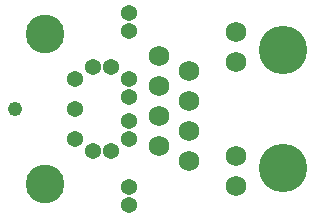
<source format=gbr>
G04 #@! TF.FileFunction,Soldermask,Top*
%FSLAX46Y46*%
G04 Gerber Fmt 4.6, Leading zero omitted, Abs format (unit mm)*
G04 Created by KiCad (PCBNEW 4.0.7) date Wed May 30 19:33:10 2018*
%MOMM*%
%LPD*%
G01*
G04 APERTURE LIST*
%ADD10C,0.100000*%
%ADD11C,1.371600*%
%ADD12C,3.276600*%
%ADD13C,1.752600*%
%ADD14C,4.101600*%
%ADD15C,1.244600*%
G04 APERTURE END LIST*
D10*
D11*
X134620000Y-104140000D03*
X134620000Y-99060000D03*
X134620000Y-101600000D03*
D12*
X132080000Y-107950000D03*
X132080000Y-95250000D03*
D13*
X144250000Y-106040000D03*
X141710000Y-104770000D03*
X144250000Y-103500000D03*
X141710000Y-102230000D03*
X144250000Y-100960000D03*
X141710000Y-99690000D03*
X144250000Y-98420000D03*
X141710000Y-97150000D03*
D14*
X152250000Y-106600000D03*
X152250000Y-96600000D03*
D13*
X148250000Y-108130000D03*
X148250000Y-105590000D03*
X148250000Y-97610000D03*
X148250000Y-95070000D03*
D15*
X129540000Y-101600000D03*
D11*
X136144000Y-98044000D03*
X137668000Y-98044000D03*
X139192000Y-99060000D03*
X139192000Y-100584000D03*
X139192000Y-102616000D03*
X139192000Y-104140000D03*
X137668000Y-105156000D03*
X136144000Y-105156000D03*
X139192000Y-109728000D03*
X139192000Y-108204000D03*
X139192000Y-94996000D03*
X139192000Y-93472000D03*
M02*

</source>
